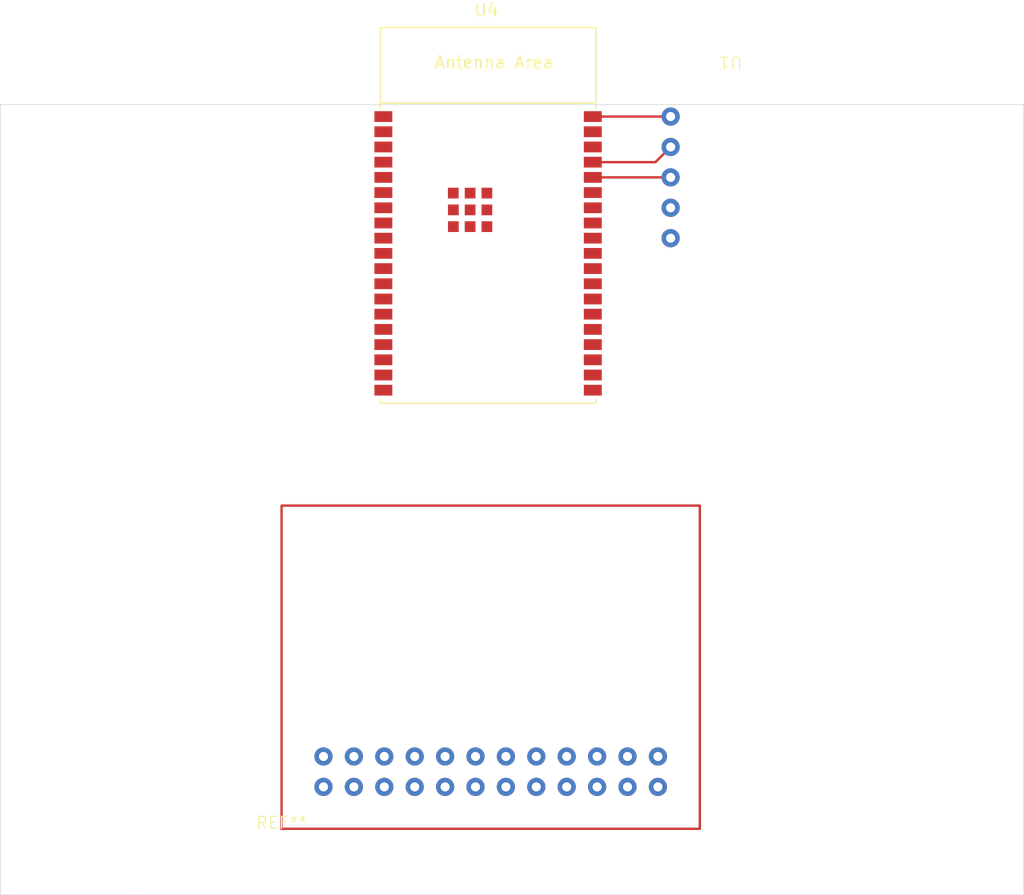
<source format=kicad_pcb>
(kicad_pcb (version 20240108) (generator "pcbnew") (generator_version "8.0")
  (layers (0 "F.Cu" signal) (31 "B.Cu" signal) (34 "B.Paste" user) (35 "F.Paste" user) (36 "B.SilkS" user "B.Silkscreen") (37 "F.SilkS" user "F.Silkscreen") (38 "B.Mask" user) (39 "F.Mask" user) (44 "Edge.Cuts" user))
  (net 0 "")
  (net 1 "/FLASH RX")
  (net 2 "/FLASH TX")
  (net 32 "/3.3V")
  (net 34 "/GPIO0")
  (net 35 "GNDREF")
  (net 36 "/EN")
  (net 37 "unconnected-(U1-5V-Pad5)")
  (footprint "Camera_Components:Camera_Interface" (layer "F.Cu") (at 149.5 96.5)
    (property "Reference" "REF**" (at 0 -0.5 0) (layer "F.SilkS") (effects (font (thickness 0.1))))
    (property "Value" "Camera_Interface")
    (fp_rect (start 0 0) (end 34.94 -27) (stroke (width 0.2)) (fill none) (layer "F.Cu"))
    (pad "1" thru_hole circle (at 3.5 -6.04 270) (size 1.524 1.524) (drill 0.762) (layers "*.Cu" "*.Mask"))
    (pad "2" thru_hole circle (at 3.5 -3.5 270) (size 1.524 1.524) (drill 0.762) (layers "*.Cu" "*.Mask"))
    (pad "3" thru_hole circle (at 6.04 -6.04 270) (size 1.524 1.524) (drill 0.762) (layers "*.Cu" "*.Mask"))
    (pad "4" thru_hole circle (at 6.04 -3.5 270) (size 1.524 1.524) (drill 0.762) (layers "*.Cu" "*.Mask"))
    (pad "5" thru_hole circle (at 8.58 -6.04 270) (size 1.524 1.524) (drill 0.762) (layers "*.Cu" "*.Mask"))
    (pad "6" thru_hole circle (at 8.58 -3.5 270) (size 1.524 1.524) (drill 0.762) (layers "*.Cu" "*.Mask"))
    (pad "7" thru_hole circle (at 11.12 -6.04 270) (size 1.524 1.524) (drill 0.762) (layers "*.Cu" "*.Mask"))
    (pad "8" thru_hole circle (at 11.12 -3.5 270) (size 1.524 1.524) (drill 0.762) (layers "*.Cu" "*.Mask"))
    (pad "9" thru_hole circle (at 13.66 -6.04 270) (size 1.524 1.524) (drill 0.762) (layers "*.Cu" "*.Mask"))
    (pad "10" thru_hole circle (at 13.66 -3.5 270) (size 1.524 1.524) (drill 0.762) (layers "*.Cu" "*.Mask"))
    (pad "11" thru_hole circle (at 16.2 -6.04 270) (size 1.524 1.524) (drill 0.762) (layers "*.Cu" "*.Mask"))
    (pad "12" thru_hole circle (at 16.2 -3.5 270) (size 1.524 1.524) (drill 0.762) (layers "*.Cu" "*.Mask"))
    (pad "13" thru_hole circle (at 18.74 -6.04 270) (size 1.524 1.524) (drill 0.762) (layers "*.Cu" "*.Mask"))
    (pad "14" thru_hole circle (at 18.74 -3.5 270) (size 1.524 1.524) (drill 0.762) (layers "*.Cu" "*.Mask"))
    (pad "15" thru_hole circle (at 21.28 -6.04 270) (size 1.524 1.524) (drill 0.762) (layers "*.Cu" "*.Mask"))
    (pad "16" thru_hole circle (at 21.28 -3.5 270) (size 1.524 1.524) (drill 0.762) (layers "*.Cu" "*.Mask"))
    (pad "17" thru_hole circle (at 23.82 -6.04 270) (size 1.524 1.524) (drill 0.762) (layers "*.Cu" "*.Mask"))
    (pad "18" thru_hole circle (at 23.82 -3.5 270) (size 1.524 1.524) (drill 0.762) (layers "*.Cu" "*.Mask"))
    (pad "19" thru_hole circle (at 26.36 -6.04 270) (size 1.524 1.524) (drill 0.762) (layers "*.Cu" "*.Mask"))
    (pad "20" thru_hole circle (at 26.36 -3.5 270) (size 1.524 1.524) (drill 0.762) (layers "*.Cu" "*.Mask"))
    (pad "21" thru_hole circle (at 28.9 -6.04 270) (size 1.524 1.524) (drill 0.762) (layers "*.Cu" "*.Mask"))
    (pad "22" thru_hole circle (at 28.9 -3.5 270) (size 1.524 1.524) (drill 0.762) (layers "*.Cu" "*.Mask"))
    (pad "23" thru_hole circle (at 31.44 -6.04 270) (size 1.524 1.524) (drill 0.762) (layers "*.Cu" "*.Mask"))
    (pad "24" thru_hole circle (at 31.44 -3.5 270) (size 1.524 1.524) (drill 0.762) (layers "*.Cu" "*.Mask"))
  )
  (footprint "PCM_Espressif:ESP32-WROVER-E" (layer "F.Cu") (at 166.75 45.255)
    (property "Reference" "U4" (at -0.14 -17.145 0) (layer "F.SilkS"))
    (property "Value" "ESP32-WROVER-E")
    (fp_line (start -9 -15.695) (end -9 -8.9) (stroke (width 0.12)) (layer "F.SilkS"))
    (fp_line (start -9 -9.385) (end 9 -9.385) (stroke (width 0.12)) (layer "F.SilkS"))
    (fp_line (start -9 15.705) (end -9 15.35) (stroke (width 0.12)) (layer "F.SilkS"))
    (fp_line (start -9 15.705) (end 9 15.705) (stroke (width 0.12)) (layer "F.SilkS"))
    (fp_line (start 9 -15.695) (end -9 -15.695) (stroke (width 0.12)) (layer "F.SilkS"))
    (fp_line (start 9 -15.65) (end 9 -8.9) (stroke (width 0.12)) (layer "F.SilkS"))
    (fp_line (start 9 15.705) (end 9 15.35) (stroke (width 0.12)) (layer "F.SilkS"))
    (fp_text user "Antenna Area" (at 0.5 -12.795 0) (layer "F.SilkS"))
    (pad "1" smd rect (at -8.75 -8.255) (size 1.5 0.9) (layers "F.Cu" "F.Paste" "F.Mask") (net 35 "GNDREF"))
    (pad "2" smd rect (at -8.75 -6.985) (size 1.5 0.9) (layers "F.Cu" "F.Paste" "F.Mask") (net 32 "/3.3V"))
    (pad "3" smd rect (at -8.75 -5.715) (size 1.5 0.9) (layers "F.Cu" "F.Paste" "F.Mask") (net 36 "/EN"))
    (pad "4" smd rect (at -8.75 -4.445) (size 1.5 0.9) (layers "F.Cu" "F.Paste" "F.Mask"))
    (pad "5" smd rect (at -8.75 -3.175) (size 1.5 0.9) (layers "F.Cu" "F.Paste" "F.Mask"))
    (pad "6" smd rect (at -8.75 -1.905) (size 1.5 0.9) (layers "F.Cu" "F.Paste" "F.Mask"))
    (pad "7" smd rect (at -8.75 -0.635) (size 1.5 0.9) (layers "F.Cu" "F.Paste" "F.Mask"))
    (pad "8" smd rect (at -8.75 0.635) (size 1.5 0.9) (layers "F.Cu" "F.Paste" "F.Mask"))
    (pad "9" smd rect (at -8.75 1.905) (size 1.5 0.9) (layers "F.Cu" "F.Paste" "F.Mask"))
    (pad "10" smd rect (at -8.75 3.175) (size 1.5 0.9) (layers "F.Cu" "F.Paste" "F.Mask"))
    (pad "11" smd rect (at -8.75 4.445) (size 1.5 0.9) (layers "F.Cu" "F.Paste" "F.Mask"))
    (pad "12" smd rect (at -8.75 5.715) (size 1.5 0.9) (layers "F.Cu" "F.Paste" "F.Mask"))
    (pad "13" smd rect (at -8.75 6.985) (size 1.5 0.9) (layers "F.Cu" "F.Paste" "F.Mask"))
    (pad "14" smd rect (at -8.75 8.255) (size 1.5 0.9) (layers "F.Cu" "F.Paste" "F.Mask"))
    (pad "15" smd rect (at -8.75 9.525) (size 1.5 0.9) (layers "F.Cu" "F.Paste" "F.Mask") (net 35 "GNDREF"))
    (pad "16" smd rect (at -8.75 10.795) (size 1.5 0.9) (layers "F.Cu" "F.Paste" "F.Mask"))
    (pad "17" smd rect (at -8.75 12.065) (size 1.5 0.9) (layers "F.Cu" "F.Paste" "F.Mask"))
    (pad "18" smd rect (at -8.75 13.335) (size 1.5 0.9) (layers "F.Cu" "F.Paste" "F.Mask"))
    (pad "19" smd rect (at -8.75 14.605) (size 1.5 0.9) (layers "F.Cu" "F.Paste" "F.Mask"))
    (pad "20" smd rect (at 8.75 14.605) (size 1.5 0.9) (layers "F.Cu" "F.Paste" "F.Mask"))
    (pad "21" smd rect (at 8.75 13.335) (size 1.5 0.9) (layers "F.Cu" "F.Paste" "F.Mask"))
    (pad "22" smd rect (at 8.75 12.065) (size 1.5 0.9) (layers "F.Cu" "F.Paste" "F.Mask"))
    (pad "23" smd rect (at 8.75 10.795) (size 1.5 0.9) (layers "F.Cu" "F.Paste" "F.Mask"))
    (pad "24" smd rect (at 8.75 9.525) (size 1.5 0.9) (layers "F.Cu" "F.Paste" "F.Mask"))
    (pad "25" smd rect (at 8.75 8.255) (size 1.5 0.9) (layers "F.Cu" "F.Paste" "F.Mask") (net 34 "/GPIO0"))
    (pad "26" smd rect (at 8.75 6.985) (size 1.5 0.9) (layers "F.Cu" "F.Paste" "F.Mask"))
    (pad "27" smd rect (at 8.75 5.715) (size 1.5 0.9) (layers "F.Cu" "F.Paste" "F.Mask"))
    (pad "28" smd rect (at 8.75 4.445) (size 1.5 0.9) (layers "F.Cu" "F.Paste" "F.Mask"))
    (pad "29" smd rect (at 8.75 3.175) (size 1.5 0.9) (layers "F.Cu" "F.Paste" "F.Mask"))
    (pad "30" smd rect (at 8.75 1.905) (size 1.5 0.9) (layers "F.Cu" "F.Paste" "F.Mask"))
    (pad "31" smd rect (at 8.75 0.635) (size 1.5 0.9) (layers "F.Cu" "F.Paste" "F.Mask"))
    (pad "32" smd rect (at 8.75 -0.635) (size 1.5 0.9) (layers "F.Cu" "F.Paste" "F.Mask"))
    (pad "33" smd rect (at 8.75 -1.905) (size 1.5 0.9) (layers "F.Cu" "F.Paste" "F.Mask"))
    (pad "34" smd rect (at 8.75 -3.175) (size 1.5 0.9) (layers "F.Cu" "F.Paste" "F.Mask") (net 1 "/FLASH RX"))
    (pad "35" smd rect (at 8.75 -4.445) (size 1.5 0.9) (layers "F.Cu" "F.Paste" "F.Mask") (net 2 "/FLASH TX"))
    (pad "36" smd rect (at 8.75 -5.715) (size 1.5 0.9) (layers "F.Cu" "F.Paste" "F.Mask"))
    (pad "37" smd rect (at 8.75 -6.985) (size 1.5 0.9) (layers "F.Cu" "F.Paste" "F.Mask"))
    (pad "38" smd rect (at 8.75 -8.255) (size 1.5 0.9) (layers "F.Cu" "F.Paste" "F.Mask") (net 35 "GNDREF"))
    (pad "39" smd rect (at -2.905 -1.86) (size 0.9 0.9) (layers "F.Cu" "F.Paste" "F.Mask"))
    (pad "39" smd rect (at -2.9 -0.46) (size 0.9 0.9) (layers "F.Cu" "F.Paste" "F.Mask"))
    (pad "39" smd rect (at -2.9 0.94) (size 0.9 0.9) (layers "F.Cu" "F.Paste" "F.Mask"))
    (pad "39" smd rect (at -1.5 -1.86) (size 0.9 0.9) (layers "F.Cu" "F.Paste" "F.Mask"))
    (pad "39" smd rect (at -1.5 -0.46) (size 0.9 0.9) (layers "F.Cu" "F.Paste" "F.Mask"))
    (pad "39" smd rect (at -1.5 0.94) (size 0.9 0.9) (layers "F.Cu" "F.Paste" "F.Mask"))
    (pad "39" smd rect (at -0.1 -1.86) (size 0.9 0.9) (layers "F.Cu" "F.Paste" "F.Mask"))
    (pad "39" smd rect (at -0.1 -0.46) (size 0.9 0.9) (layers "F.Cu" "F.Paste" "F.Mask"))
    (pad "39" smd rect (at -0.1 0.94) (size 0.9 0.9) (layers "F.Cu" "F.Paste" "F.Mask"))
  )
  (footprint "Camera_Components:Flash_Interface" (layer "F.Cu") (at 187 32 180)
    (property "Reference" "U1" (at 0 -0.5 180) (layer "F.SilkS") (effects (font (thickness 0.1))))
    (property "Value" "~")
    (pad "1" thru_hole circle (at 5 -5 180) (size 1.524 1.524) (drill 0.762) (layers "*.Cu" "*.Mask") (net 35 "GNDREF"))
    (pad "2" thru_hole circle (at 5 -7.54 180) (size 1.524 1.524) (drill 0.762) (layers "*.Cu" "*.Mask") (net 2 "/FLASH TX"))
    (pad "3" thru_hole circle (at 5 -10.08 180) (size 1.524 1.524) (drill 0.762) (layers "*.Cu" "*.Mask") (net 1 "/FLASH RX"))
    (pad "4" thru_hole circle (at 5 -12.62 180) (size 1.524 1.524) (drill 0.762) (layers "*.Cu" "*.Mask") (net 32 "/3.3V"))
    (pad "5" thru_hole circle (at 5 -15.16 180) (size 1.524 1.524) (drill 0.762) (layers "*.Cu" "*.Mask") (net 37 "unconnected-(U1-5V-Pad5)"))
  )
  (gr_line (start 126 98.5) (end 126 102) (stroke (width 0.05)) (layer "Edge.Cuts"))
  (gr_line (start 211.5 36) (end 211.5 102) (stroke (width 0.05)) (layer "Edge.Cuts"))
  (gr_line (start 126 36) (end 126 98.5) (stroke (width 0.05)) (layer "Edge.Cuts"))
  (gr_line (start 126 36) (end 211.5 36) (stroke (width 0.05)) (layer "Edge.Cuts"))
  (gr_line (start 126 102) (end 137 102) (stroke (width 0.05)) (layer "Edge.Cuts"))
  (gr_line (start 211.5 102) (end 137 102) (stroke (width 0.05)) (layer "Edge.Cuts"))
  (segment (start 175.5 42.08) (end 182 42.08) (width 0.2) (layer "F.Cu") (net 1))
  (segment (start 175.5 40.81) (end 180.73 40.81) (width 0.2) (layer "F.Cu") (net 2))
  (segment (start 180.73 40.81) (end 182 39.54) (width 0.2) (layer "F.Cu") (net 2))
  (segment (start 182 37) (end 175.5 37) (width 0.2) (layer "F.Cu") (net 35))
  (segment (start 182 47.16) (end 182.34 47.16) (width 0.2) (layer "F.Cu") (net 37))
)
</source>
